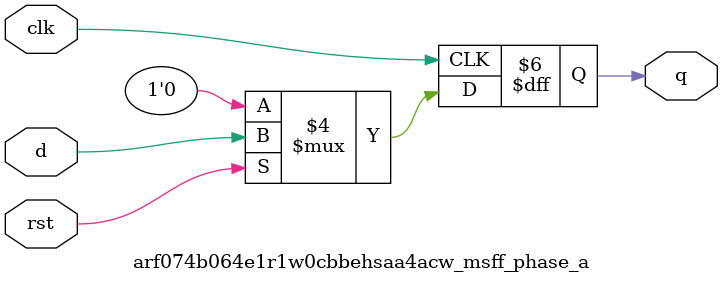
<source format=sv>
`ifndef ARF074B064E1R1W0CBBEHSAA4ACW_MSFF_PHASE_A_SV
`define ARF074B064E1R1W0CBBEHSAA4ACW_MSFF_PHASE_A_SV

module arf074b064e1r1w0cbbehsaa4acw_msff_phase_a #
(
  parameter DWIDTH = 1
)
(
  input  logic [DWIDTH-1:0] d,
  input  logic clk,
  input  logic rst,
  output logic [DWIDTH-1:0] q
);

always_ff @ (posedge clk) begin
  if (~rst) begin
    q <= '0;
  end
  else begin
    q <= d;
  end
end

endmodule // arf074b064e1r1w0cbbehsaa4acw_msff_phase_a

`endif // ARF074B064E1R1W0CBBEHSAA4ACW_MSFF_PHASE_A_SV
</source>
